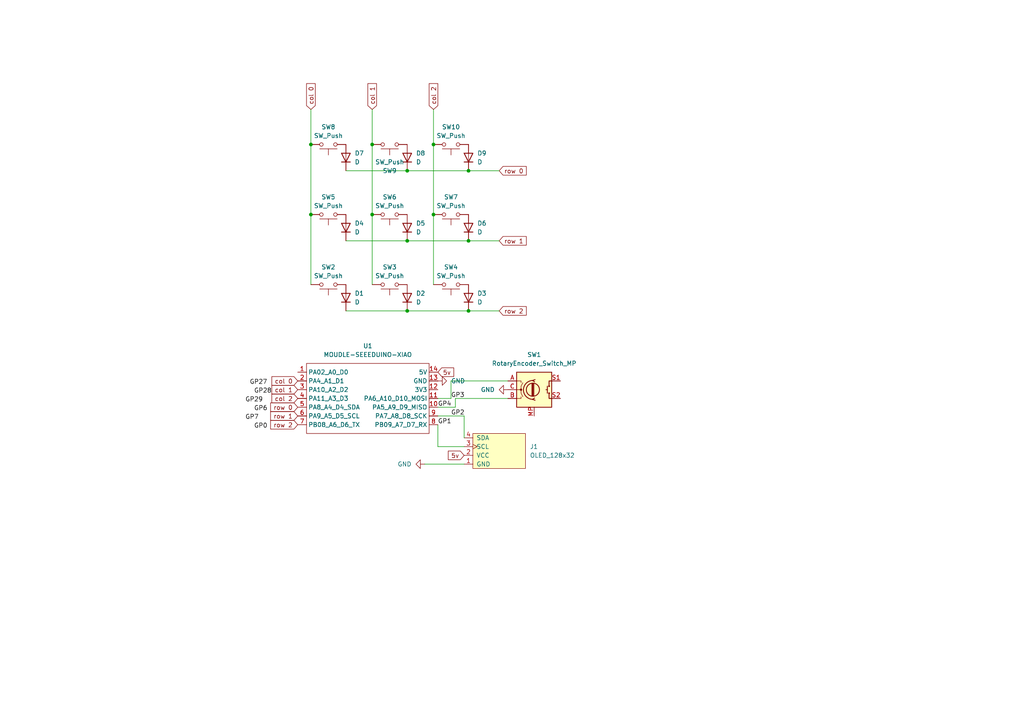
<source format=kicad_sch>
(kicad_sch (version 20231120) (generator "eeschema") (generator_version "8.0")
  (paper "A4")
  (lib_symbols
    (symbol "Device:D" (pin_numbers hide) (pin_names (offset 1.016) hide)
      (property "Reference" "D" (at 0 2.54 0))
      (property "Value" "D" (at 0 -2.54 0))
      (symbol "D_0_1"
        (polyline (pts (xy -1.27 1.27) (xy -1.27 -1.27)) (stroke (width 0.254)))
        (polyline (pts (xy 1.27 0) (xy -1.27 0)))
        (polyline (pts (xy 1.27 1.27) (xy 1.27 -1.27) (xy -1.27 0) (xy 1.27 1.27)) (stroke (width 0.254)))
      )
      (symbol "D_1_1"
        (pin passive line (at -3.81 0 0) (length 2.54) (name "K") (number "1"))
        (pin passive line (at 3.81 0 180) (length 2.54) (name "A") (number "2"))
      )
    )
    (symbol "Device:RotaryEncoder_Switch_MP" (pin_names (offset 0.254) hide)
      (property "Reference" "SW" (at 0 8.89 0))
      (property "Value" "RotaryEncoder_Switch_MP" (at 0 6.35 0))
      (symbol "RotaryEncoder_Switch_MP_0_1"
        (rectangle (start -5.08 5.08) (end 5.08 -5.08) (stroke (width 0.254)) (fill (type background)))
        (circle (center -3.81 0) (radius 0.254) (fill (type outline)))
        (circle (center -0.381 0) (radius 1.905) (stroke (width 0.254)))
        (arc (start -0.381 2.667) (mid -3.0988 -0.0635) (end -0.381 -2.794) (stroke (width 0.254)))
        (polyline (pts (xy -0.635 -1.778) (xy -0.635 1.778)) (stroke (width 0.254)))
        (polyline (pts (xy -0.381 -1.778) (xy -0.381 1.778)) (stroke (width 0.254)))
        (polyline (pts (xy -0.127 1.778) (xy -0.127 -1.778)) (stroke (width 0.254)))
        (polyline (pts (xy 3.81 0) (xy 3.429 0)) (stroke (width 0.254)))
        (polyline (pts (xy 3.81 1.016) (xy 3.81 -1.016)) (stroke (width 0.254)))
        (polyline (pts (xy -5.08 -2.54) (xy -3.81 -2.54) (xy -3.81 -2.032)))
        (polyline (pts (xy -5.08 2.54) (xy -3.81 2.54) (xy -3.81 2.032)))
        (polyline (pts (xy 0.254 -3.048) (xy -0.508 -2.794) (xy 0.127 -2.413)) (stroke (width 0.254)))
        (polyline (pts (xy 0.254 2.921) (xy -0.508 2.667) (xy 0.127 2.286)) (stroke (width 0.254)))
        (polyline (pts (xy 5.08 -2.54) (xy 4.318 -2.54) (xy 4.318 -1.016)) (stroke (width 0.254)))
        (polyline (pts (xy 5.08 2.54) (xy 4.318 2.54) (xy 4.318 1.016)) (stroke (width 0.254)))
        (polyline (pts (xy -5.08 0) (xy -3.81 0) (xy -3.81 -1.016) (xy -3.302 -2.032)))
        (polyline (pts (xy -4.318 0) (xy -3.81 0) (xy -3.81 1.016) (xy -3.302 2.032)))
        (circle (center 4.318 -1.016) (radius 0.127) (stroke (width 0.254)))
        (circle (center 4.318 1.016) (radius 0.127) (stroke (width 0.254)))
      )
      (symbol "RotaryEncoder_Switch_MP_1_1"
        (pin passive line (at -7.62 2.54 0) (length 2.54) (name "A") (number "A"))
        (pin passive line (at -7.62 -2.54 0) (length 2.54) (name "B") (number "B"))
        (pin passive line (at -7.62 0 0) (length 2.54) (name "C") (number "C"))
        (pin passive line (at 0 -7.62 90) (length 2.54) (name "MP") (number "MP"))
        (pin passive line (at 7.62 2.54 180) (length 2.54) (name "S1") (number "S1"))
        (pin passive line (at 7.62 -2.54 180) (length 2.54) (name "S2") (number "S2"))
      )
    )
    (symbol "ScottoKeebs:OLED_128x32" (pin_names (offset 1.016))
      (property "Reference" "J" (at 0 -6.35 0))
      (property "Value" "OLED_128x32" (at 0 6.35 0))
      (symbol "OLED_128x32_0_1"
        (rectangle (start 0 5.08) (end 15.24 -5.08) (fill (type background)))
      )
      (symbol "OLED_128x32_1_1"
        (pin power_in line (at -2.54 -3.81 0) (length 2.54) (name "GND") (number "1"))
        (pin power_in line (at -2.54 -1.27 0) (length 2.54) (name "VCC") (number "2"))
        (pin input clock (at -2.54 1.27 0) (length 2.54) (name "SCL") (number "3"))
        (pin bidirectional line (at -2.54 3.81 0) (length 2.54) (name "SDA") (number "4"))
      )
    )
    (symbol "Switch:SW_Push" (pin_numbers hide) (pin_names (offset 1.016) hide)
      (property "Reference" "SW" (at 1.27 2.54 0))
      (property "Value" "SW_Push" (at 0 -1.524 0))
      (symbol "SW_Push_0_1"
        (circle (center -2.032 0) (radius 0.508))
        (polyline (pts (xy 0 1.27) (xy 0 3.048)))
        (polyline (pts (xy 2.54 1.27) (xy -2.54 1.27)))
        (circle (center 2.032 0) (radius 0.508))
        (pin passive line (at -5.08 0 0) (length 2.54) (name "1") (number "1"))
        (pin passive line (at 5.08 0 180) (length 2.54) (name "2") (number "2"))
      )
    )
    (symbol "XIAO_RP2040:MOUDLE-SEEEDUINO-XIAO"
      (property "Reference" "U" (at -16.51 11.43 0))
      (property "Value" "MOUDLE-SEEEDUINO-XIAO" (at -3.81 -11.43 0))
      (symbol "MOUDLE-SEEEDUINO-XIAO_0_1"
        (rectangle (start -16.51 10.16) (end 19.05 -10.16))
      )
      (symbol "MOUDLE-SEEEDUINO-XIAO_1_1"
        (pin passive line (at -19.05 7.62 0) (length 2.54) (name "PA02_A0_D0") (number "1"))
        (pin passive line (at 21.59 -2.54 180) (length 2.54) (name "PA5_A9_D9_MISO") (number "10"))
        (pin passive line (at 21.59 0 180) (length 2.54) (name "PA6_A10_D10_MOSI") (number "11"))
        (pin passive line (at 21.59 2.54 180) (length 2.54) (name "3V3") (number "12"))
        (pin passive line (at 21.59 5.08 180) (length 2.54) (name "GND") (number "13"))
        (pin passive line (at 21.59 7.62 180) (length 2.54) (name "5V") (number "14"))
        (pin passive line (at -19.05 5.08 0) (length 2.54) (name "PA4_A1_D1") (number "2"))
        (pin passive line (at -19.05 2.54 0) (length 2.54) (name "PA10_A2_D2") (number "3"))
        (pin passive line (at -19.05 0 0) (length 2.54) (name "PA11_A3_D3") (number "4"))
        (pin passive line (at -19.05 -2.54 0) (length 2.54) (name "PA8_A4_D4_SDA") (number "5"))
        (pin passive line (at -19.05 -5.08 0) (length 2.54) (name "PA9_A5_D5_SCL") (number "6"))
        (pin passive line (at -19.05 -7.62 0) (length 2.54) (name "PB08_A6_D6_TX") (number "7"))
        (pin passive line (at 21.59 -7.62 180) (length 2.54) (name "PB09_A7_D7_RX") (number "8"))
        (pin passive line (at 21.59 -5.08 180) (length 2.54) (name "PA7_A8_D8_SCK") (number "9"))
      )
    )
    (symbol "power:GND" (power) (pin_numbers hide) (pin_names (offset 0) hide)
      (property "Value" "GND" (at 0 -3.81 0))
      (symbol "GND_0_1"
        (polyline (pts (xy 0 0) (xy 0 -1.27) (xy 1.27 -1.27) (xy 0 -2.54) (xy -1.27 -1.27) (xy 0 -1.27)))
      )
      (symbol "GND_1_1"
        (pin power_in line (at 0 0 270) (length 0) (name "~") (number "1"))
      )
    )
  )
  (junction (at 107.95 41.91))
  (junction (at 135.89 49.53))
  (junction (at 135.89 90.17))
  (junction (at 125.73 62.23))
  (junction (at 125.73 41.91))
  (junction (at 107.95 62.23))
  (junction (at 90.17 62.23))
  (junction (at 135.89 69.85))
  (junction (at 118.11 90.17))
  (junction (at 118.11 69.85))
  (junction (at 118.11 49.53))
  (junction (at 90.17 41.91))
  (wire (pts (xy 100.33 69.85) (xy 118.11 69.85)))
  (wire (pts (xy 130.81 110.49) (xy 130.81 115.57)))
  (wire (pts (xy 90.17 31.75) (xy 90.17 41.91)))
  (wire (pts (xy 134.62 127) (xy 134.62 120.65)))
  (wire (pts (xy 118.11 69.85) (xy 135.89 69.85)))
  (wire (pts (xy 135.89 69.85) (xy 144.78 69.85)))
  (wire (pts (xy 107.95 31.75) (xy 107.95 41.91)))
  (wire (pts (xy 127 129.54) (xy 127 123.19)))
  (wire (pts (xy 107.95 62.23) (xy 107.95 82.55)))
  (wire (pts (xy 125.73 62.23) (xy 125.73 82.55)))
  (wire (pts (xy 123.19 134.62) (xy 134.62 134.62)))
  (wire (pts (xy 90.17 62.23) (xy 90.17 82.55)))
  (wire (pts (xy 134.62 120.65) (xy 127 120.65)))
  (wire (pts (xy 130.81 115.57) (xy 127 115.57)))
  (wire (pts (xy 147.32 115.57) (xy 132.08 115.57)))
  (wire (pts (xy 100.33 90.17) (xy 118.11 90.17)))
  (wire (pts (xy 132.08 118.11) (xy 127 118.11)))
  (wire (pts (xy 118.11 90.17) (xy 135.89 90.17)))
  (wire (pts (xy 125.73 31.75) (xy 125.73 41.91)))
  (wire (pts (xy 107.95 41.91) (xy 107.95 62.23)))
  (wire (pts (xy 132.08 115.57) (xy 132.08 118.11)))
  (wire (pts (xy 125.73 41.91) (xy 125.73 62.23)))
  (wire (pts (xy 135.89 49.53) (xy 144.78 49.53)))
  (wire (pts (xy 130.81 110.49) (xy 147.32 110.49)))
  (wire (pts (xy 100.33 49.53) (xy 118.11 49.53)))
  (wire (pts (xy 118.11 49.53) (xy 135.89 49.53)))
  (wire (pts (xy 135.89 90.17) (xy 144.78 90.17)))
  (wire (pts (xy 90.17 41.91) (xy 90.17 62.23)))
  (wire (pts (xy 134.62 129.54) (xy 127 129.54)))
  (label "GP6" (at 73.66 119.38 0))
  (label "GP29" (at 71.12 116.84 0))
  (label "GP0" (at 73.66 124.46 0))
  (label "GP4" (at 127 118.11 0))
  (label "GP28" (at 73.66 114.3 0))
  (label "GP1" (at 127 123.19 0))
  (label "GP27" (at 72.39 111.76 0))
  (label "GP7" (at 71.12 121.92 0))
  (label "GP3" (at 130.81 115.57 0))
  (label "GP2" (at 130.81 120.65 0))
  (global_label "row 2" (shape input) (at 144.78 90.17 0) (property "Intersheetrefs" "${INTERSHEET_REFS}" (effects (hide yes))))
  (global_label "col 0" (shape input) (at 90.17 31.75 90) (property "Intersheetrefs" "${INTERSHEET_REFS}" (effects (hide yes))))
  (global_label "5v" (shape input) (at 127 107.95 0) (property "Intersheetrefs" "${INTERSHEET_REFS}" (effects (hide yes))))
  (global_label "row 0" (shape input) (at 86.36 118.11 180) (property "Intersheetrefs" "${INTERSHEET_REFS}" (effects (hide yes))))
  (global_label "row 1" (shape input) (at 144.78 69.85 0) (property "Intersheetrefs" "${INTERSHEET_REFS}" (effects (hide yes))))
  (global_label "row 0" (shape input) (at 144.78 49.53 0) (property "Intersheetrefs" "${INTERSHEET_REFS}" (effects (hide yes))))
  (global_label "row 2" (shape input) (at 86.36 123.19 180) (property "Intersheetrefs" "${INTERSHEET_REFS}" (effects (hide yes))))
  (global_label "col 0" (shape input) (at 86.36 110.49 180) (property "Intersheetrefs" "${INTERSHEET_REFS}" (effects (hide yes))))
  (global_label "col 2" (shape input) (at 125.73 31.75 90) (property "Intersheetrefs" "${INTERSHEET_REFS}" (effects (hide yes))))
  (global_label "5v" (shape input) (at 134.62 132.08 180) (property "Intersheetrefs" "${INTERSHEET_REFS}" (effects (hide yes))))
  (global_label "col 1" (shape input) (at 107.95 31.75 90) (property "Intersheetrefs" "${INTERSHEET_REFS}" (effects (hide yes))))
  (global_label "row 1" (shape input) (at 86.36 120.65 180) (property "Intersheetrefs" "${INTERSHEET_REFS}" (effects (hide yes))))
  (global_label "col 1" (shape input) (at 86.36 113.03 180) (property "Intersheetrefs" "${INTERSHEET_REFS}" (effects (hide yes))))
  (global_label "col 2" (shape input) (at 86.36 115.57 180) (property "Intersheetrefs" "${INTERSHEET_REFS}" (effects (hide yes))))
  (symbol (lib_id "Switch:SW_Push") (at 113.03 62.23 180) (unit 1)
    (property "Reference" "SW6" (at 113.03 57.15 0))
    (property "Value" "SW_Push" (at 113.03 59.69 0))
    (property "Footprint" "Button_Switch_Keyboard:SW_Cherry_MX_1.00u_PCB" (effects (hide yes)))
    (property "Description" "Push button switch, generic, two pins" (effects (hide yes)))
  )
  (symbol (lib_id "Device:D") (at 135.89 45.72 90) (unit 1)
    (property "Reference" "D9" (at 138.43 44.4499 90) (effects (justify right)))
    (property "Value" "D" (at 138.43 46.9899 90) (effects (justify right)))
    (property "Footprint" "footprints:Diode_DO-35" (effects (hide yes)))
    (property "Description" "Diode" (effects (hide yes)))
    (property "Sim.Device" "D" (effects (hide yes)))
    (property "Sim.Pins" "1=K 2=A" (effects (hide yes)))
  )
  (symbol (lib_id "Switch:SW_Push") (at 130.81 62.23 180) (unit 1)
    (property "Reference" "SW7" (at 130.81 57.15 0))
    (property "Value" "SW_Push" (at 130.81 59.69 0))
    (property "Footprint" "Button_Switch_Keyboard:SW_Cherry_MX_1.00u_PCB" (effects (hide yes)))
    (property "Description" "Push button switch, generic, two pins" (effects (hide yes)))
  )
  (symbol (lib_id "Device:D") (at 118.11 66.04 90) (unit 1)
    (property "Reference" "D5" (at 120.65 64.7699 90) (effects (justify right)))
    (property "Value" "D" (at 120.65 67.3099 90) (effects (justify right)))
    (property "Footprint" "footprints:Diode_DO-35" (effects (hide yes)))
    (property "Description" "Diode" (effects (hide yes)))
    (property "Sim.Device" "D" (effects (hide yes)))
    (property "Sim.Pins" "1=K 2=A" (effects (hide yes)))
  )
  (symbol (lib_id "Device:D") (at 118.11 86.36 90) (unit 1)
    (property "Reference" "D2" (at 120.65 85.0899 90) (effects (justify right)))
    (property "Value" "D" (at 120.65 87.6299 90) (effects (justify right)))
    (property "Footprint" "footprints:Diode_DO-35" (effects (hide yes)))
    (property "Description" "Diode" (effects (hide yes)))
    (property "Sim.Device" "D" (effects (hide yes)))
    (property "Sim.Pins" "1=K 2=A" (effects (hide yes)))
  )
  (symbol (lib_id "power:GND") (at 123.19 134.62 270) (unit 1)
    (property "Reference" "#PWR01" (effects (hide yes)))
    (property "Value" "GND" (at 119.38 134.6199 90) (effects (justify right)))
    (property "Description" "Power symbol creates a global label with name \"GND\" , ground" (effects (hide yes)))
  )
  (symbol (lib_id "Device:D") (at 118.11 45.72 90) (unit 1)
    (property "Reference" "D8" (at 120.65 44.4499 90) (effects (justify right)))
    (property "Value" "D" (at 120.65 46.9899 90) (effects (justify right)))
    (property "Footprint" "footprints:Diode_DO-35" (effects (hide yes)))
    (property "Description" "Diode" (effects (hide yes)))
    (property "Sim.Device" "D" (effects (hide yes)))
    (property "Sim.Pins" "1=K 2=A" (effects (hide yes)))
  )
  (symbol (lib_id "power:GND") (at 127 110.49 90) (unit 1)
    (property "Reference" "#PWR03" (effects (hide yes)))
    (property "Value" "GND" (at 130.81 110.4899 90) (effects (justify right)))
    (property "Description" "Power symbol creates a global label with name \"GND\" , ground" (effects (hide yes)))
  )
  (symbol (lib_id "Switch:SW_Push") (at 113.03 82.55 180) (unit 1)
    (property "Reference" "SW3" (at 113.03 77.47 0))
    (property "Value" "SW_Push" (at 113.03 80.01 0))
    (property "Footprint" "Button_Switch_Keyboard:SW_Cherry_MX_1.00u_PCB" (effects (hide yes)))
    (property "Description" "Push button switch, generic, two pins" (effects (hide yes)))
  )
  (symbol (lib_id "Switch:SW_Push") (at 95.25 62.23 180) (unit 1)
    (property "Reference" "SW5" (at 95.25 57.15 0))
    (property "Value" "SW_Push" (at 95.25 59.69 0))
    (property "Footprint" "Button_Switch_Keyboard:SW_Cherry_MX_1.00u_PCB" (effects (hide yes)))
    (property "Description" "Push button switch, generic, two pins" (effects (hide yes)))
  )
  (symbol (lib_id "Switch:SW_Push") (at 130.81 41.91 180) (unit 1)
    (property "Reference" "SW10" (at 130.81 36.83 0))
    (property "Value" "SW_Push" (at 130.81 39.37 0))
    (property "Footprint" "Button_Switch_Keyboard:SW_Cherry_MX_1.00u_PCB" (effects (hide yes)))
    (property "Description" "Push button switch, generic, two pins" (effects (hide yes)))
  )
  (symbol (lib_id "Device:D") (at 135.89 66.04 90) (unit 1)
    (property "Reference" "D6" (at 138.43 64.7699 90) (effects (justify right)))
    (property "Value" "D" (at 138.43 67.3099 90) (effects (justify right)))
    (property "Footprint" "footprints:Diode_DO-35" (effects (hide yes)))
    (property "Description" "Diode" (effects (hide yes)))
    (property "Sim.Device" "D" (effects (hide yes)))
    (property "Sim.Pins" "1=K 2=A" (effects (hide yes)))
  )
  (symbol (lib_id "Device:D") (at 100.33 66.04 90) (unit 1)
    (property "Reference" "D4" (at 102.87 64.7699 90) (effects (justify right)))
    (property "Value" "D" (at 102.87 67.3099 90) (effects (justify right)))
    (property "Footprint" "footprints:Diode_DO-35" (effects (hide yes)))
    (property "Description" "Diode" (effects (hide yes)))
    (property "Sim.Device" "D" (effects (hide yes)))
    (property "Sim.Pins" "1=K 2=A" (effects (hide yes)))
  )
  (symbol (lib_id "XIAO_RP2040:MOUDLE-SEEEDUINO-XIAO") (at 105.41 115.57 0) (unit 1)
    (property "Reference" "U1" (at 106.68 100.33 0))
    (property "Value" "MOUDLE-SEEEDUINO-XIAO" (at 106.68 102.87 0))
    (property "Footprint" "footprints:XIAO-Generic-Hybrid-14P-2.54-21X17.8MM" (effects (hide yes)))
  )
  (symbol (lib_id "Switch:SW_Push") (at 95.25 41.91 180) (unit 1)
    (property "Reference" "SW8" (at 95.25 36.83 0))
    (property "Value" "SW_Push" (at 95.25 39.37 0))
    (property "Footprint" "Button_Switch_Keyboard:SW_Cherry_MX_1.00u_PCB" (effects (hide yes)))
    (property "Description" "Push button switch, generic, two pins" (effects (hide yes)))
  )
  (symbol (lib_id "ScottoKeebs:OLED_128x32") (at 137.16 130.81 0) (unit 1)
    (property "Reference" "J1" (at 153.67 129.5399 0) (effects (justify left)))
    (property "Value" "OLED_128x32" (at 153.67 132.0799 0) (effects (justify left)))
    (property "Footprint" "footprints:SSD1306-0.91-OLED-4pin-128x32" (effects (hide yes)))
  )
  (symbol (lib_id "Device:D") (at 100.33 45.72 90) (unit 1)
    (property "Reference" "D7" (at 102.87 44.4499 90) (effects (justify right)))
    (property "Value" "D" (at 102.87 46.9899 90) (effects (justify right)))
    (property "Footprint" "footprints:Diode_DO-35" (effects (hide yes)))
    (property "Description" "Diode" (effects (hide yes)))
    (property "Sim.Device" "D" (effects (hide yes)))
    (property "Sim.Pins" "1=K 2=A" (effects (hide yes)))
  )
  (symbol (lib_id "Switch:SW_Push") (at 95.25 82.55 180) (unit 1)
    (property "Reference" "SW2" (at 95.25 77.47 0))
    (property "Value" "SW_Push" (at 95.25 80.01 0))
    (property "Footprint" "Button_Switch_Keyboard:SW_Cherry_MX_1.00u_PCB" (effects (hide yes)))
    (property "Description" "Push button switch, generic, two pins" (effects (hide yes)))
  )
  (symbol (lib_id "Device:D") (at 135.89 86.36 90) (unit 1)
    (property "Reference" "D3" (at 138.43 85.0899 90) (effects (justify right)))
    (property "Value" "D" (at 138.43 87.6299 90) (effects (justify right)))
    (property "Footprint" "footprints:Diode_DO-35" (effects (hide yes)))
    (property "Description" "Diode" (effects (hide yes)))
    (property "Sim.Device" "D" (effects (hide yes)))
    (property "Sim.Pins" "1=K 2=A" (effects (hide yes)))
  )
  (symbol (lib_id "Device:D") (at 100.33 86.36 90) (unit 1)
    (property "Reference" "D1" (at 102.87 85.0899 90) (effects (justify right)))
    (property "Value" "D" (at 102.87 87.6299 90) (effects (justify right)))
    (property "Footprint" "footprints:Diode_DO-35" (effects (hide yes)))
    (property "Description" "Diode" (effects (hide yes)))
    (property "Sim.Device" "D" (effects (hide yes)))
    (property "Sim.Pins" "1=K 2=A" (effects (hide yes)))
  )
  (symbol (lib_id "Device:RotaryEncoder_Switch_MP") (at 154.94 113.03 0) (unit 1)
    (property "Reference" "SW1" (at 154.94 102.87 0))
    (property "Value" "RotaryEncoder_Switch_MP" (at 154.94 105.41 0))
    (property "Footprint" "footprints:Encoder_EC11_MX" (effects (hide yes)))
    (property "Description" "Rotary encoder, dual channel, incremental quadrate outputs, with switch and MP Pin" (effects (hide yes)))
  )
  (symbol (lib_id "Switch:SW_Push") (at 113.03 41.91 180) (unit 1)
    (property "Reference" "SW9" (at 113.03 49.53 0))
    (property "Value" "SW_Push" (at 113.03 46.99 0))
    (property "Footprint" "Button_Switch_Keyboard:SW_Cherry_MX_1.00u_PCB" (effects (hide yes)))
    (property "Description" "Push button switch, generic, two pins" (effects (hide yes)))
  )
  (symbol (lib_id "Switch:SW_Push") (at 130.81 82.55 180) (unit 1)
    (property "Reference" "SW4" (at 130.81 77.47 0))
    (property "Value" "SW_Push" (at 130.81 80.01 0))
    (property "Footprint" "Button_Switch_Keyboard:SW_Cherry_MX_1.00u_PCB" (effects (hide yes)))
    (property "Description" "Push button switch, generic, two pins" (effects (hide yes)))
  )
  (symbol (lib_id "power:GND") (at 147.32 113.03 270) (unit 1)
    (property "Reference" "#PWR02" (effects (hide yes)))
    (property "Value" "GND" (at 143.51 113.0299 90) (effects (justify right)))
    (property "Description" "Power symbol creates a global label with name \"GND\" , ground" (effects (hide yes)))
  )
)
</source>
